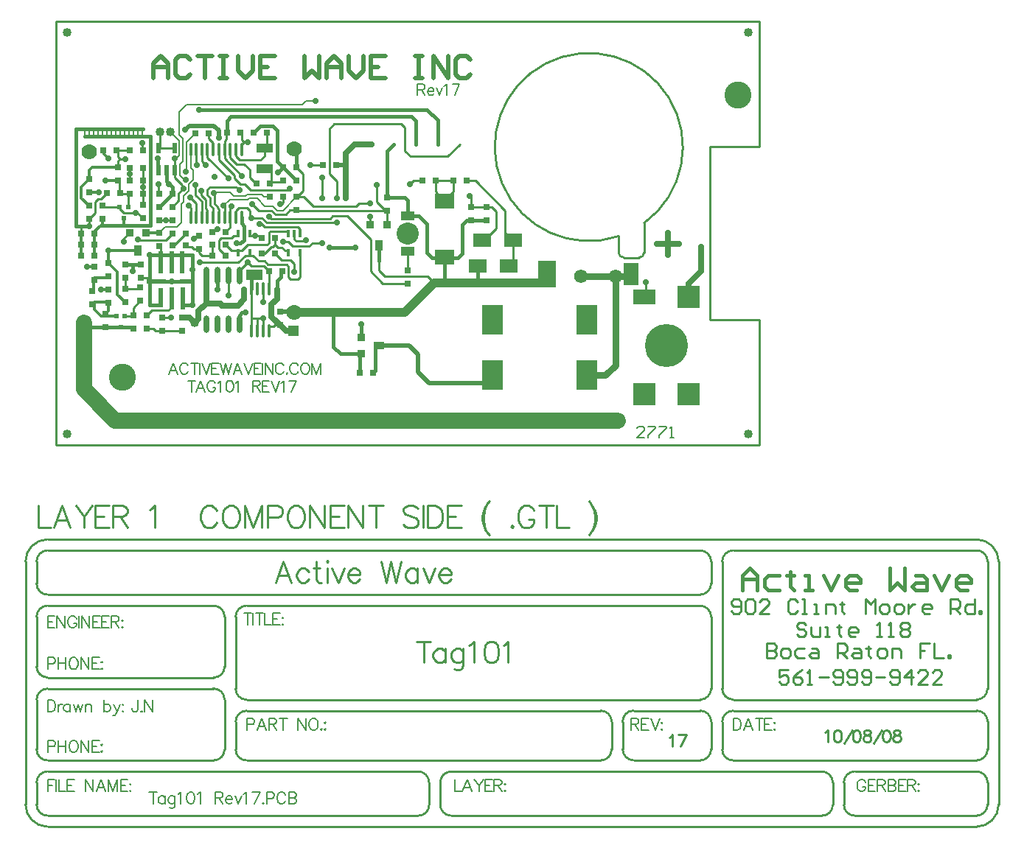
<source format=gtl>
%FSLAX23Y23*%
%MOIN*%
G70*
G01*
G75*
G04 Layer_Physical_Order=1*
G04 Layer_Color=255*
%ADD10R,0.080X0.060*%
%ADD11R,0.091X0.067*%
%ADD12R,0.030X0.030*%
%ADD13R,0.030X0.030*%
%ADD14R,0.024X0.024*%
%ADD15R,0.098X0.138*%
%ADD16R,0.020X0.050*%
%ADD17R,0.080X0.120*%
%ADD18R,0.070X0.100*%
%ADD19R,0.100X0.070*%
%ADD20O,0.016X0.060*%
%ADD21R,0.014X0.035*%
%ADD22R,0.025X0.030*%
%ADD23R,0.100X0.100*%
%ADD24R,0.064X0.044*%
%ADD25R,0.014X0.035*%
%ADD26R,0.090X0.024*%
%ADD27R,0.024X0.100*%
%ADD28R,0.070X0.024*%
%ADD29R,0.024X0.090*%
%ADD30O,0.016X0.060*%
%ADD31R,0.075X0.043*%
%ADD32R,0.036X0.036*%
%ADD33R,0.036X0.050*%
%ADD34C,0.040*%
%ADD35R,0.074X0.045*%
%ADD36R,0.036X0.036*%
%ADD37R,0.050X0.036*%
%ADD38O,0.024X0.080*%
%ADD39C,0.015*%
%ADD40C,0.040*%
%ADD41C,0.006*%
%ADD42C,0.025*%
%ADD43C,0.010*%
%ADD44C,0.030*%
%ADD45C,0.012*%
%ADD46C,0.016*%
%ADD47C,0.014*%
%ADD48C,0.020*%
%ADD49C,0.008*%
%ADD50C,0.074*%
%ADD51C,0.005*%
%ADD52C,0.009*%
%ADD53C,0.062*%
%ADD54C,0.195*%
%ADD55C,0.070*%
%ADD56C,0.100*%
%ADD57C,0.122*%
%ADD58R,0.050X0.050*%
%ADD59C,0.028*%
D10*
X2015Y875D02*
D03*
X1875D02*
D03*
X1995Y760D02*
D03*
X1855D02*
D03*
D11*
X1705Y799D02*
D03*
Y1051D02*
D03*
D12*
X1825Y965D02*
D03*
Y1025D02*
D03*
X1895Y965D02*
D03*
Y1025D02*
D03*
X159Y972D02*
D03*
X476Y1026D02*
D03*
Y966D02*
D03*
X976Y1146D02*
D03*
Y1206D02*
D03*
X416Y966D02*
D03*
X1540Y680D02*
D03*
X416Y1026D02*
D03*
X596Y836D02*
D03*
Y896D02*
D03*
X99Y1092D02*
D03*
Y1152D02*
D03*
X185Y591D02*
D03*
Y651D02*
D03*
X1540Y740D02*
D03*
X159Y1032D02*
D03*
X342Y975D02*
D03*
Y1035D02*
D03*
X99Y972D02*
D03*
Y1032D02*
D03*
X229Y1207D02*
D03*
Y1147D02*
D03*
X961Y553D02*
D03*
X331Y706D02*
D03*
X430Y527D02*
D03*
X1035Y1146D02*
D03*
X1445Y1070D02*
D03*
X416Y848D02*
D03*
X124Y755D02*
D03*
X171Y541D02*
D03*
X111Y587D02*
D03*
X186Y711D02*
D03*
X111Y647D02*
D03*
X124Y695D02*
D03*
X330Y601D02*
D03*
X430Y467D02*
D03*
X520D02*
D03*
X186Y771D02*
D03*
X261Y595D02*
D03*
Y706D02*
D03*
Y655D02*
D03*
X330Y661D02*
D03*
X416Y908D02*
D03*
X1035Y1206D02*
D03*
X331Y766D02*
D03*
X961Y493D02*
D03*
X171Y481D02*
D03*
X520Y527D02*
D03*
X261Y766D02*
D03*
X1445Y1010D02*
D03*
X1036Y1011D02*
D03*
Y1071D02*
D03*
D13*
X1605Y1145D02*
D03*
X124Y855D02*
D03*
Y805D02*
D03*
Y904D02*
D03*
X1665Y1145D02*
D03*
X1745D02*
D03*
X1155Y1215D02*
D03*
X1215D02*
D03*
X940Y885D02*
D03*
X880D02*
D03*
Y815D02*
D03*
X940D02*
D03*
X161Y1281D02*
D03*
X221D02*
D03*
X580Y1360D02*
D03*
X916Y1071D02*
D03*
X976D02*
D03*
X901Y1361D02*
D03*
X841D02*
D03*
X856Y1131D02*
D03*
X916D02*
D03*
X716Y856D02*
D03*
X656D02*
D03*
Y806D02*
D03*
X716D02*
D03*
X476Y851D02*
D03*
X536D02*
D03*
Y906D02*
D03*
X476D02*
D03*
X971Y736D02*
D03*
X911D02*
D03*
X1324Y277D02*
D03*
X1384D02*
D03*
X476Y1086D02*
D03*
X416D02*
D03*
X342Y1203D02*
D03*
Y1145D02*
D03*
Y1085D02*
D03*
X64Y855D02*
D03*
Y805D02*
D03*
X180Y1088D02*
D03*
X281Y1281D02*
D03*
X240Y1088D02*
D03*
X282Y1085D02*
D03*
Y1203D02*
D03*
Y1145D02*
D03*
X359Y534D02*
D03*
X299D02*
D03*
X360Y477D02*
D03*
X640Y1360D02*
D03*
X341Y1281D02*
D03*
X721Y1361D02*
D03*
X300Y477D02*
D03*
X781Y1361D02*
D03*
X1805Y1145D02*
D03*
X64Y904D02*
D03*
D14*
X257Y974D02*
D03*
X237Y1025D02*
D03*
X276D02*
D03*
X221Y533D02*
D03*
X260D02*
D03*
X241Y482D02*
D03*
D15*
X2348Y516D02*
D03*
X1922D02*
D03*
X2348Y264D02*
D03*
X1922D02*
D03*
D16*
X411Y1191D02*
D03*
Y1291D02*
D03*
X486D02*
D03*
X448Y1191D02*
D03*
X486D02*
D03*
D17*
X2168Y722D02*
D03*
D18*
X2548D02*
D03*
D19*
X2610Y620D02*
D03*
D20*
X609Y979D02*
D03*
X711D02*
D03*
X558D02*
D03*
X583Y1286D02*
D03*
X609D02*
D03*
X762D02*
D03*
X660D02*
D03*
X583Y979D02*
D03*
X558Y1286D02*
D03*
X788D02*
D03*
X762Y979D02*
D03*
X737D02*
D03*
X711Y1286D02*
D03*
X686Y979D02*
D03*
X660D02*
D03*
X737Y1286D02*
D03*
X634D02*
D03*
X788Y979D02*
D03*
X686Y1286D02*
D03*
X634Y979D02*
D03*
D21*
X1052Y904D02*
D03*
D22*
X655Y913D02*
D03*
X715D02*
D03*
D23*
X2610Y180D02*
D03*
X2810D02*
D03*
Y620D02*
D03*
D24*
X1540Y987D02*
D03*
Y827D02*
D03*
D25*
X1052Y818D02*
D03*
X1000D02*
D03*
X1026Y904D02*
D03*
X1000D02*
D03*
X825D02*
D03*
Y818D02*
D03*
X773D02*
D03*
Y904D02*
D03*
X799D02*
D03*
D26*
X401Y690D02*
D03*
D27*
X421Y774D02*
D03*
X471D02*
D03*
X520Y775D02*
D03*
X521Y612D02*
D03*
X471D02*
D03*
D28*
X543Y690D02*
D03*
D29*
X421Y617D02*
D03*
D30*
X860Y654D02*
D03*
X911Y467D02*
D03*
X885Y654D02*
D03*
X911D02*
D03*
X834Y467D02*
D03*
X885D02*
D03*
X860D02*
D03*
X834Y654D02*
D03*
D31*
X891Y1293D02*
D03*
Y1199D02*
D03*
D32*
X356Y908D02*
D03*
X281D02*
D03*
X1370Y945D02*
D03*
X1445D02*
D03*
D33*
X318Y828D02*
D03*
X1408Y851D02*
D03*
D34*
X0Y0D02*
D03*
X3080Y1815D02*
D03*
X0D02*
D03*
X3080Y0D02*
D03*
X419Y1364D02*
D03*
X467D02*
D03*
X576Y502D02*
D03*
D35*
X846Y718D02*
D03*
D36*
X1329Y362D02*
D03*
Y437D02*
D03*
D37*
X1409Y399D02*
D03*
D38*
X628Y495D02*
D03*
X678D02*
D03*
X728D02*
D03*
X628Y715D02*
D03*
X728D02*
D03*
X778D02*
D03*
X678D02*
D03*
X778Y495D02*
D03*
D39*
X1705Y682D02*
X1715Y692D01*
X952Y1182D02*
X976Y1206D01*
X949Y1232D02*
X1035Y1146D01*
X799Y876D02*
Y940D01*
X448Y1142D02*
X476Y1114D01*
X566Y583D02*
Y808D01*
X371D02*
X566D01*
X389Y690D02*
X551D01*
X371Y583D02*
Y808D01*
X1525Y1070D02*
X1540Y1055D01*
X1445Y1070D02*
X1525D01*
X1540Y987D02*
X1540Y987D01*
X1540Y987D02*
Y1055D01*
X296Y766D02*
X331D01*
X261D02*
X296D01*
Y737D02*
Y766D01*
X241Y482D02*
X295D01*
X171D02*
X241D01*
X95D02*
X171D01*
X521Y583D02*
X566D01*
X471Y788D02*
Y808D01*
X371Y583D02*
X421D01*
X788Y951D02*
X799Y940D01*
X788Y951D02*
Y979D01*
X948Y653D02*
X948Y692D01*
X409Y1202D02*
Y1244D01*
X678Y653D02*
X678Y653D01*
Y715D01*
X416Y1026D02*
X476Y1086D01*
X1204Y393D02*
X1235Y362D01*
X1329D01*
X1324Y277D02*
Y357D01*
X1392Y285D02*
Y394D01*
X1397Y399D01*
X1384Y277D02*
X1392Y285D01*
X1025Y1290D02*
X1035Y1280D01*
X841Y1361D02*
X872Y1392D01*
X929D01*
X949Y1372D01*
X948Y692D02*
X966Y710D01*
Y731D02*
X971Y736D01*
X966Y710D02*
Y731D01*
X1408Y851D02*
X1408Y850D01*
Y781D02*
Y850D01*
X1035Y1206D02*
Y1280D01*
X1329Y437D02*
Y496D01*
X1186Y843D02*
X1303D01*
X778Y495D02*
Y537D01*
X789Y548D01*
X806D01*
X949Y1232D02*
Y1372D01*
X766Y861D02*
X784D01*
X799Y876D01*
X1555Y1436D02*
X1575Y1416D01*
Y1310D02*
Y1416D01*
X721Y1417D02*
X740Y1436D01*
X721Y1361D02*
Y1417D01*
X740Y1436D02*
X1555D01*
X1627Y1466D02*
X1675Y1418D01*
X597Y1466D02*
X1627D01*
X1675Y1310D02*
Y1418D01*
X1445Y1070D02*
Y1280D01*
X1475Y1310D01*
X448Y1142D02*
Y1191D01*
X476Y1086D02*
Y1114D01*
X1540Y987D02*
Y987D01*
X1588D02*
X1625Y950D01*
X1705Y682D02*
Y799D01*
X1625Y820D02*
Y950D01*
Y820D02*
X1650Y795D01*
X1701D01*
X1540Y987D02*
X1588D01*
X1855Y682D02*
Y760D01*
X1785Y945D02*
X1805Y965D01*
X1785Y815D02*
Y945D01*
X1765Y795D02*
X1785Y815D01*
X1709Y795D02*
X1765D01*
X1204Y393D02*
Y550D01*
X1805Y965D02*
X1895D01*
X3053Y-708D02*
Y-641D01*
X3086Y-608D01*
X3119Y-641D01*
Y-708D01*
Y-658D01*
X3053D01*
X3219Y-641D02*
X3169D01*
X3152Y-658D01*
Y-691D01*
X3169Y-708D01*
X3219D01*
X3269Y-625D02*
Y-641D01*
X3252D01*
X3286D01*
X3269D01*
Y-691D01*
X3286Y-708D01*
X3336D02*
X3369D01*
X3352D01*
Y-641D01*
X3336D01*
X3419D02*
X3452Y-708D01*
X3486Y-641D01*
X3569Y-708D02*
X3536D01*
X3519Y-691D01*
Y-658D01*
X3536Y-641D01*
X3569D01*
X3586Y-658D01*
Y-675D01*
X3519D01*
X3719Y-608D02*
Y-708D01*
X3752Y-675D01*
X3786Y-708D01*
Y-608D01*
X3836Y-641D02*
X3869D01*
X3886Y-658D01*
Y-708D01*
X3836D01*
X3819Y-691D01*
X3836Y-675D01*
X3886D01*
X3919Y-641D02*
X3952Y-708D01*
X3986Y-641D01*
X4069Y-708D02*
X4036D01*
X4019Y-691D01*
Y-658D01*
X4036Y-641D01*
X4069D01*
X4086Y-658D01*
Y-675D01*
X4019D01*
D40*
X1659Y682D02*
X1705D01*
X2167D02*
Y722D01*
X2168D01*
X1527Y550D02*
X1659Y682D01*
X1026Y550D02*
X1527D01*
X1710Y682D02*
X2167D01*
D41*
X1710D02*
X1715Y687D01*
X260Y1345D02*
Y1378D01*
X280Y1345D02*
Y1378D01*
X240Y1345D02*
Y1378D01*
X320Y1345D02*
Y1378D01*
X340Y1345D02*
Y1378D01*
X300Y1345D02*
Y1378D01*
X200Y1345D02*
Y1378D01*
X220Y1345D02*
Y1378D01*
X180Y1345D02*
Y1378D01*
X160Y1345D02*
Y1378D01*
X140Y1345D02*
Y1378D01*
X120Y1345D02*
Y1378D01*
X80Y1345D02*
Y1378D01*
X100Y1345D02*
Y1378D01*
X498Y270D02*
X479Y320D01*
X460Y270D01*
X467Y287D02*
X491D01*
X545Y308D02*
X543Y313D01*
X538Y318D01*
X534Y320D01*
X524D01*
X519Y318D01*
X515Y313D01*
X512Y308D01*
X510Y301D01*
Y289D01*
X512Y282D01*
X515Y277D01*
X519Y272D01*
X524Y270D01*
X534D01*
X538Y272D01*
X543Y277D01*
X545Y282D01*
X576Y320D02*
Y270D01*
X560Y320D02*
X593D01*
X599D02*
Y270D01*
X609Y320D02*
X628Y270D01*
X647Y320D02*
X628Y270D01*
X685Y320D02*
X654D01*
Y270D01*
X685D01*
X654Y296D02*
X673D01*
X693Y320D02*
X705Y270D01*
X717Y320D02*
X705Y270D01*
X717Y320D02*
X729Y270D01*
X741Y320D02*
X729Y270D01*
X789D02*
X770Y320D01*
X751Y270D01*
X758Y287D02*
X782D01*
X800Y320D02*
X819Y270D01*
X838Y320D02*
X819Y270D01*
X876Y320D02*
X845D01*
Y270D01*
X876D01*
X845Y296D02*
X864D01*
X884Y320D02*
Y270D01*
X895Y320D02*
Y270D01*
Y320D02*
X928Y270D01*
Y320D02*
Y270D01*
X978Y308D02*
X975Y313D01*
X970Y318D01*
X966Y320D01*
X956D01*
X951Y318D01*
X947Y313D01*
X944Y308D01*
X942Y301D01*
Y289D01*
X944Y282D01*
X947Y277D01*
X951Y272D01*
X956Y270D01*
X966D01*
X970Y272D01*
X975Y277D01*
X978Y282D01*
X994Y275D02*
X992Y272D01*
X994Y270D01*
X996Y272D01*
X994Y275D01*
X1043Y308D02*
X1041Y313D01*
X1036Y318D01*
X1031Y320D01*
X1022D01*
X1017Y318D01*
X1012Y313D01*
X1010Y308D01*
X1007Y301D01*
Y289D01*
X1010Y282D01*
X1012Y277D01*
X1017Y272D01*
X1022Y270D01*
X1031D01*
X1036Y272D01*
X1041Y277D01*
X1043Y282D01*
X1071Y320D02*
X1067Y318D01*
X1062Y313D01*
X1059Y308D01*
X1057Y301D01*
Y289D01*
X1059Y282D01*
X1062Y277D01*
X1067Y272D01*
X1071Y270D01*
X1081D01*
X1086Y272D01*
X1090Y277D01*
X1093Y282D01*
X1095Y289D01*
Y301D01*
X1093Y308D01*
X1090Y313D01*
X1086Y318D01*
X1081Y320D01*
X1071D01*
X1107D02*
Y270D01*
Y320D02*
X1126Y270D01*
X1145Y320D02*
X1126Y270D01*
X1145Y320D02*
Y270D01*
X562Y240D02*
Y190D01*
X545Y240D02*
X578D01*
X622Y190D02*
X603Y240D01*
X584Y190D01*
X591Y207D02*
X615D01*
X670Y228D02*
X667Y233D01*
X663Y238D01*
X658Y240D01*
X648D01*
X644Y238D01*
X639Y233D01*
X636Y228D01*
X634Y221D01*
Y209D01*
X636Y202D01*
X639Y197D01*
X644Y192D01*
X648Y190D01*
X658D01*
X663Y192D01*
X667Y197D01*
X670Y202D01*
Y209D01*
X658D02*
X670D01*
X681Y230D02*
X686Y233D01*
X693Y240D01*
Y190D01*
X732Y240D02*
X725Y238D01*
X720Y230D01*
X718Y219D01*
Y211D01*
X720Y200D01*
X725Y192D01*
X732Y190D01*
X737D01*
X744Y192D01*
X749Y200D01*
X751Y211D01*
Y219D01*
X749Y230D01*
X744Y238D01*
X737Y240D01*
X732D01*
X762Y230D02*
X767Y233D01*
X774Y240D01*
Y190D01*
X838Y240D02*
Y190D01*
Y240D02*
X860D01*
X867Y238D01*
X869Y235D01*
X872Y230D01*
Y226D01*
X869Y221D01*
X867Y219D01*
X860Y216D01*
X838D01*
X855D02*
X872Y190D01*
X914Y240D02*
X883D01*
Y190D01*
X914D01*
X883Y216D02*
X902D01*
X922Y240D02*
X941Y190D01*
X960Y240D02*
X941Y190D01*
X967Y230D02*
X971Y233D01*
X978Y240D01*
Y190D01*
X1037Y240D02*
X1013Y190D01*
X1003Y240D02*
X1037D01*
D42*
X2865Y735D02*
Y845D01*
X924Y530D02*
X961Y493D01*
X989Y465D01*
X2810Y680D02*
X2865Y735D01*
X2810Y620D02*
Y680D01*
X2717Y810D02*
Y910D01*
Y860D02*
X2767D01*
X2667D02*
X2717D01*
X1260Y1064D02*
Y1270D01*
X924Y530D02*
Y584D01*
X948Y608D01*
X628Y589D02*
Y715D01*
X948Y608D02*
Y653D01*
X628Y589D02*
X691D01*
X700Y580D01*
X771D01*
X800Y609D01*
Y653D01*
X1260Y1270D02*
X1300Y1310D01*
X1375D01*
X989Y465D02*
X1024D01*
X520Y527D02*
X551D01*
X576Y502D01*
X593Y554D02*
X628Y589D01*
X593Y519D02*
Y554D01*
X576Y502D02*
X593Y519D01*
D43*
X834Y522D02*
X885D01*
X834Y467D02*
Y654D01*
X282Y1145D02*
Y1203D01*
X159Y1273D02*
Y1284D01*
X1440Y1010D02*
X1445D01*
X1037D02*
X1440D01*
X1400Y1050D02*
X1440Y1010D01*
X939Y493D02*
X961D01*
X711Y1286D02*
Y1325D01*
Y1244D02*
Y1286D01*
X849Y895D02*
X880D01*
X825D02*
X849D01*
X1039Y1071D02*
X1069D01*
X1036D02*
X1039D01*
X1066Y1098D01*
X1038Y1069D02*
X1039Y1071D01*
X1036Y1068D02*
X1038Y1069D01*
X430Y467D02*
X520D01*
X400D02*
X430D01*
X299Y534D02*
Y570D01*
Y533D02*
Y534D01*
X260Y533D02*
X299D01*
X1035Y871D02*
X1078D01*
X860Y522D02*
X860Y522D01*
X471Y808D02*
X476Y813D01*
X421Y808D02*
Y843D01*
X369Y706D02*
X371Y708D01*
X237Y1091D02*
X240Y1088D01*
X243Y1085D01*
X64Y904D02*
Y939D01*
Y887D02*
Y904D01*
X342Y1145D02*
Y1203D01*
Y1114D02*
Y1145D01*
Y1085D02*
Y1114D01*
Y1035D02*
Y1085D01*
X308Y1000D02*
X317D01*
X257D02*
X308D01*
X484Y1191D02*
Y1202D01*
X486Y1191D02*
Y1244D01*
Y1159D02*
Y1191D01*
X976Y1138D02*
X982D01*
X923D02*
X976D01*
X922Y1137D02*
X923Y1138D01*
X916Y1131D02*
X922Y1137D01*
Y1199D02*
Y1200D01*
Y1137D02*
Y1199D01*
Y1131D02*
Y1137D01*
Y1123D02*
Y1131D01*
X737Y979D02*
Y1022D01*
Y935D02*
Y979D01*
X446Y966D02*
X476D01*
X416D02*
X446D01*
X825Y806D02*
X840D01*
X805D02*
X825D01*
X773Y828D02*
X790D01*
X744D02*
X773D01*
X2615Y620D02*
Y685D01*
Y600D02*
Y620D01*
X580Y1125D02*
X580Y1125D01*
X580Y1085D02*
Y1125D01*
Y1080D02*
Y1085D01*
X580Y1085D01*
X419Y1299D02*
Y1364D01*
X411Y1291D02*
X419Y1299D01*
X411Y1291D02*
X486D01*
X711Y1325D02*
X718Y1332D01*
X825Y1160D02*
Y1195D01*
X765Y1220D02*
X800D01*
X825Y1195D01*
Y1160D02*
X854Y1131D01*
X856D01*
X781Y1129D02*
X804D01*
X830Y1103D01*
X1000D01*
X755Y1155D02*
Y1170D01*
Y1155D02*
X781Y1129D01*
X645Y1117D02*
X763D01*
X778Y1102D01*
X548Y1033D02*
X558Y1023D01*
Y979D02*
Y1023D01*
X237Y1020D02*
X257Y1000D01*
X237Y1020D02*
Y1025D01*
X166D02*
X237D01*
X1098Y1216D02*
X1154D01*
X1155Y1215D01*
X1207Y1401D02*
X1510D01*
X1218Y1064D02*
Y1142D01*
X1186Y1174D02*
X1218Y1142D01*
X1186Y1380D02*
X1207Y1401D01*
X1186Y1174D02*
Y1380D01*
X580Y1125D02*
X580Y1125D01*
Y1080D02*
X609Y1051D01*
Y979D02*
Y1051D01*
X1069Y1071D02*
X1111Y1029D01*
X711Y979D02*
Y1027D01*
X707Y1031D02*
X711Y1027D01*
X667Y1039D02*
Y1084D01*
Y1039D02*
X678Y1028D01*
X942Y992D02*
X988D01*
X866Y1010D02*
X924D01*
X836Y1040D02*
X866Y1010D01*
X924D02*
X942Y992D01*
X922Y973D02*
X1188D01*
X912Y983D02*
X922Y973D01*
X1036Y1068D02*
Y1071D01*
X678Y1022D02*
X686Y1014D01*
X678Y1022D02*
Y1028D01*
X686Y979D02*
Y1014D01*
X645Y1035D02*
X660Y1020D01*
X645Y1035D02*
Y1068D01*
X660Y979D02*
Y1020D01*
X583Y979D02*
Y1042D01*
X555Y1070D02*
X583Y1042D01*
X640Y1335D02*
X660Y1315D01*
X640Y1335D02*
Y1360D01*
X660Y1286D02*
Y1315D01*
X711Y1244D02*
X788Y1167D01*
X1153Y1064D02*
Y1159D01*
X1111Y1029D02*
X1305D01*
X1018Y849D02*
X1094D01*
X1108Y863D01*
X1153D01*
X1026Y880D02*
X1035Y871D01*
X1026Y880D02*
Y904D01*
X977Y869D02*
X998D01*
X1018Y849D01*
X1000Y1103D02*
X1006Y1109D01*
X1008Y786D02*
X1026Y768D01*
Y731D02*
Y768D01*
X969Y786D02*
X1008D01*
Y700D02*
X1043D01*
X907Y765D02*
X991D01*
X999Y757D01*
X1052Y818D02*
X1053Y816D01*
Y710D02*
Y816D01*
X1043Y700D02*
X1053Y710D01*
X999Y709D02*
X1008Y700D01*
X999Y709D02*
Y757D01*
X985Y828D02*
X1000D01*
X970Y843D02*
X985Y828D01*
X940Y855D02*
X952Y843D01*
X970D01*
X893Y936D02*
X1042D01*
X880Y949D02*
X893Y936D01*
X868Y949D02*
X880D01*
X832Y976D02*
X880D01*
X901Y955D02*
X1218D01*
X880Y976D02*
X901Y955D01*
X609Y1231D02*
X625Y1215D01*
X609Y1231D02*
Y1286D01*
X583Y1217D02*
Y1286D01*
X737Y1248D02*
X765Y1220D01*
X737Y1248D02*
Y1286D01*
X911Y485D02*
X931D01*
X672Y918D02*
X680Y926D01*
X660Y918D02*
X672D01*
X655Y913D02*
X660Y918D01*
X715Y913D02*
X737Y935D01*
X696Y885D02*
X743D01*
X752Y894D01*
X773Y904D02*
X773Y904D01*
X773Y894D02*
Y904D01*
X752Y894D02*
X773D01*
X685Y874D02*
X696Y885D01*
X685Y837D02*
Y874D01*
X940Y855D02*
Y885D01*
X930Y845D02*
X940Y855D01*
X921Y845D02*
X930D01*
X891Y815D02*
X921Y845D01*
X880Y815D02*
X891D01*
X911Y861D02*
Y909D01*
X816Y854D02*
X904D01*
X911Y861D01*
X917Y915D02*
X1000D01*
X911Y909D02*
X917Y915D01*
X1000Y905D02*
X1000Y904D01*
X1000Y905D02*
Y915D01*
X790Y828D02*
X816Y854D01*
X773Y774D02*
X805Y806D01*
X865Y781D02*
X891D01*
X840Y806D02*
X865Y781D01*
X940Y815D02*
X969Y786D01*
X891Y781D02*
X907Y765D01*
X833Y759D02*
X888D01*
X815Y777D02*
X833Y759D01*
X888D02*
X911Y736D01*
X825Y904D02*
X825Y905D01*
X728Y624D02*
X728Y715D01*
X716Y856D02*
X744Y828D01*
X685Y837D02*
X716Y806D01*
X778Y715D02*
Y740D01*
X656Y806D02*
Y856D01*
X610Y806D02*
X656D01*
X596Y820D02*
X610Y806D01*
X596Y820D02*
Y836D01*
X319Y878D02*
X320Y877D01*
X447D01*
X476Y906D01*
X481Y851D02*
X536Y906D01*
X476Y851D02*
X481D01*
X159Y1032D02*
X166Y1025D01*
X476Y1026D02*
X504Y1054D01*
X339Y1289D02*
Y1315D01*
X412Y1090D02*
Y1128D01*
Y1090D02*
X416Y1086D01*
X1540Y827D02*
X1540Y827D01*
X1540Y740D02*
Y827D01*
X99Y939D02*
Y972D01*
X180Y1087D02*
Y1088D01*
X159Y1273D02*
X186Y1246D01*
X221Y1281D02*
X229Y1274D01*
Y1147D02*
X237Y1139D01*
Y1091D02*
Y1139D01*
X243Y1085D02*
X282D01*
X276Y1079D02*
X282Y1085D01*
X276Y1025D02*
Y1079D01*
X317Y1000D02*
X342Y975D01*
X257Y884D02*
X281Y908D01*
X257Y870D02*
Y884D01*
X416Y848D02*
X421Y843D01*
X931Y485D02*
X939Y493D01*
X430Y527D02*
X470D01*
X390Y477D02*
X400Y467D01*
X360Y477D02*
X390D01*
X295Y482D02*
X300Y477D01*
X885Y597D02*
Y654D01*
X331Y706D02*
X369D01*
X331Y766D02*
X331Y766D01*
X261Y655D02*
Y706D01*
X324Y655D02*
X330Y661D01*
X261Y655D02*
X324D01*
X299Y570D02*
X330Y601D01*
X471Y573D02*
Y592D01*
X456Y558D02*
X471Y573D01*
X383Y558D02*
X456D01*
X359Y534D02*
X383Y558D01*
X885Y467D02*
Y522D01*
X860Y467D02*
Y522D01*
X1445Y945D02*
Y1010D01*
X99Y972D02*
X127Y1000D01*
Y1050D01*
X139Y1062D01*
X154D01*
X180Y1088D01*
X229Y1252D02*
Y1274D01*
Y1235D02*
X238Y1243D01*
X229Y1252D02*
X238Y1243D01*
X229Y1207D02*
Y1235D01*
X221Y1281D02*
X281D01*
X238Y1243D02*
X260D01*
X261Y1242D01*
X718Y1332D02*
Y1358D01*
X721Y1361D01*
X901Y1303D02*
Y1361D01*
X891Y1293D02*
X901Y1303D01*
X781Y1361D02*
X788Y1354D01*
X873Y1239D02*
X891Y1257D01*
Y1293D01*
X762Y1255D02*
Y1286D01*
Y1255D02*
X778Y1239D01*
X873D01*
X912Y1199D02*
X920Y1191D01*
X891Y1199D02*
X912D01*
X1052Y904D02*
Y926D01*
X1042Y936D02*
X1052Y926D01*
X762Y979D02*
Y1008D01*
X776Y1022D01*
X737Y1022D02*
X744Y1029D01*
X1305D02*
X1319Y1043D01*
X1370D01*
X1370Y945D02*
Y983D01*
X1370Y983D02*
X1370Y983D01*
X1426Y680D02*
X1540D01*
X1372Y734D02*
X1426Y680D01*
X1372Y734D02*
Y880D01*
X1267Y985D02*
X1372Y880D01*
X600Y774D02*
X773D01*
X778Y740D02*
X815Y777D01*
X542Y845D02*
X563D01*
X536Y851D02*
X542Y845D01*
X563D02*
X572Y836D01*
X596D01*
X571Y881D02*
X586Y896D01*
X596D01*
X1188Y973D02*
X1200Y985D01*
X1267D01*
X1035Y1206D02*
X1066Y1175D01*
Y1098D02*
Y1175D01*
X976Y1044D02*
Y1071D01*
X970Y1038D02*
X976Y1044D01*
X961Y1038D02*
X970D01*
X798Y1318D02*
X817D01*
X788Y1328D02*
Y1354D01*
Y1308D02*
X798Y1318D01*
X788Y1328D02*
X798Y1318D01*
X1036Y1011D02*
X1037Y1010D01*
X1007Y1011D02*
X1036D01*
X988Y992D02*
X1007Y1011D01*
X911Y654D02*
Y736D01*
X812Y1022D02*
X825Y1009D01*
Y983D02*
Y1009D01*
Y983D02*
X832Y976D01*
X776Y1022D02*
X812D01*
X1408Y739D02*
Y851D01*
Y739D02*
X1436Y711D01*
X1630D01*
X1659Y682D01*
X1526Y1280D02*
Y1385D01*
Y1280D02*
X1552Y1254D01*
X1719D01*
X1775Y1310D01*
X1510Y1401D02*
X1526Y1385D01*
X685Y1285D02*
X686Y1286D01*
Y1239D02*
Y1286D01*
Y1239D02*
X755Y1170D01*
X634Y1250D02*
Y1286D01*
Y1250D02*
X728Y1156D01*
X605Y1080D02*
Y1100D01*
X634Y979D02*
Y1011D01*
X625Y1020D02*
X634Y1011D01*
X625Y1020D02*
Y1060D01*
X605Y1080D02*
X625Y1060D01*
X634Y1079D02*
X645Y1068D01*
X634Y1079D02*
Y1106D01*
X645Y1117D01*
X520Y1115D02*
Y1125D01*
Y1115D02*
X525Y1110D01*
X486Y1159D02*
X520Y1125D01*
X504Y1054D02*
Y1089D01*
X525Y1110D01*
X580Y1080D02*
Y1085D01*
X1400Y1050D02*
Y1125D01*
X788Y1286D02*
Y1308D01*
X1665Y1145D02*
X1745D01*
X1701Y795D02*
X1705Y799D01*
X2015Y780D02*
Y875D01*
X1995Y760D02*
X2015Y780D01*
X1980Y910D02*
X2015Y875D01*
X1980Y910D02*
Y1010D01*
X1920Y1025D02*
X1940Y1005D01*
X1825Y1025D02*
Y1070D01*
X1820Y1075D02*
X1825Y1070D01*
X1705Y799D02*
X1709Y795D01*
X1805Y1145D02*
X1845D01*
X1980Y1010D01*
X1885Y875D02*
X1940Y930D01*
X1875Y875D02*
X1885D01*
X1825Y1025D02*
X1920D01*
X1940Y930D02*
Y1005D01*
X1665Y1095D02*
Y1145D01*
Y1095D02*
X1700Y1060D01*
X1745Y1095D02*
Y1145D01*
X1710Y1060D02*
X1745Y1095D01*
X1565Y1145D02*
X1605D01*
X1550Y1130D02*
X1565Y1145D01*
X-130Y-325D02*
Y-425D01*
X-73D01*
X14D02*
X-24Y-325D01*
X-62Y-425D01*
X-48Y-392D02*
X-0D01*
X38Y-325D02*
X76Y-373D01*
Y-425D01*
X114Y-325D02*
X76Y-373D01*
X189Y-325D02*
X127D01*
Y-425D01*
X189D01*
X127Y-373D02*
X165D01*
X205Y-325D02*
Y-425D01*
Y-325D02*
X248D01*
X262Y-330D01*
X267Y-335D01*
X272Y-344D01*
Y-354D01*
X267Y-363D01*
X262Y-368D01*
X248Y-373D01*
X205D01*
X238D02*
X272Y-425D01*
X373Y-344D02*
X382Y-339D01*
X397Y-325D01*
Y-425D01*
X675Y-349D02*
X670Y-339D01*
X660Y-330D01*
X651Y-325D01*
X632D01*
X622Y-330D01*
X613Y-339D01*
X608Y-349D01*
X603Y-363D01*
Y-387D01*
X608Y-401D01*
X613Y-411D01*
X622Y-420D01*
X632Y-425D01*
X651D01*
X660Y-420D01*
X670Y-411D01*
X675Y-401D01*
X731Y-325D02*
X722Y-330D01*
X712Y-339D01*
X707Y-349D01*
X703Y-363D01*
Y-387D01*
X707Y-401D01*
X712Y-411D01*
X722Y-420D01*
X731Y-425D01*
X750D01*
X760Y-420D01*
X769Y-411D01*
X774Y-401D01*
X779Y-387D01*
Y-363D01*
X774Y-349D01*
X769Y-339D01*
X760Y-330D01*
X750Y-325D01*
X731D01*
X802D02*
Y-425D01*
Y-325D02*
X840Y-425D01*
X878Y-325D02*
X840Y-425D01*
X878Y-325D02*
Y-425D01*
X907Y-377D02*
X950D01*
X964Y-373D01*
X969Y-368D01*
X974Y-358D01*
Y-344D01*
X969Y-335D01*
X964Y-330D01*
X950Y-325D01*
X907D01*
Y-425D01*
X1025Y-325D02*
X1015Y-330D01*
X1005Y-339D01*
X1001Y-349D01*
X996Y-363D01*
Y-387D01*
X1001Y-401D01*
X1005Y-411D01*
X1015Y-420D01*
X1025Y-425D01*
X1044D01*
X1053Y-420D01*
X1063Y-411D01*
X1067Y-401D01*
X1072Y-387D01*
Y-363D01*
X1067Y-349D01*
X1063Y-339D01*
X1053Y-330D01*
X1044Y-325D01*
X1025D01*
X1095D02*
Y-425D01*
Y-325D02*
X1162Y-425D01*
Y-325D02*
Y-425D01*
X1252Y-325D02*
X1190D01*
Y-425D01*
X1252D01*
X1190Y-373D02*
X1228D01*
X1268Y-325D02*
Y-425D01*
Y-325D02*
X1335Y-425D01*
Y-325D02*
Y-425D01*
X1396Y-325D02*
Y-425D01*
X1363Y-325D02*
X1429D01*
X1586Y-339D02*
X1577Y-330D01*
X1562Y-325D01*
X1543D01*
X1529Y-330D01*
X1520Y-339D01*
Y-349D01*
X1524Y-358D01*
X1529Y-363D01*
X1539Y-368D01*
X1567Y-377D01*
X1577Y-382D01*
X1582Y-387D01*
X1586Y-396D01*
Y-411D01*
X1577Y-420D01*
X1562Y-425D01*
X1543D01*
X1529Y-420D01*
X1520Y-411D01*
X1609Y-325D02*
Y-425D01*
X1630Y-325D02*
Y-425D01*
Y-325D02*
X1663D01*
X1677Y-330D01*
X1687Y-339D01*
X1692Y-349D01*
X1696Y-363D01*
Y-387D01*
X1692Y-401D01*
X1687Y-411D01*
X1677Y-420D01*
X1663Y-425D01*
X1630D01*
X1781Y-325D02*
X1719D01*
Y-425D01*
X1781D01*
X1719Y-373D02*
X1757D01*
X1909Y-306D02*
X1900Y-315D01*
X1890Y-330D01*
X1881Y-349D01*
X1876Y-373D01*
Y-392D01*
X1881Y-415D01*
X1890Y-435D01*
X1900Y-449D01*
X1909Y-458D01*
X1900Y-315D02*
X1890Y-335D01*
X1885Y-349D01*
X1881Y-373D01*
Y-392D01*
X1885Y-415D01*
X1890Y-430D01*
X1900Y-449D01*
X2011Y-415D02*
X2007Y-420D01*
X2011Y-425D01*
X2016Y-420D01*
X2011Y-415D01*
X2110Y-349D02*
X2105Y-339D01*
X2095Y-330D01*
X2086Y-325D01*
X2067D01*
X2057Y-330D01*
X2048Y-339D01*
X2043Y-349D01*
X2038Y-363D01*
Y-387D01*
X2043Y-401D01*
X2048Y-411D01*
X2057Y-420D01*
X2067Y-425D01*
X2086D01*
X2095Y-420D01*
X2105Y-411D01*
X2110Y-401D01*
Y-387D01*
X2086D02*
X2110D01*
X2166Y-325D02*
Y-425D01*
X2132Y-325D02*
X2199D01*
X2211D02*
Y-425D01*
X2268D01*
X2358Y-306D02*
X2367Y-315D01*
X2377Y-330D01*
X2386Y-349D01*
X2391Y-373D01*
Y-392D01*
X2386Y-415D01*
X2377Y-435D01*
X2367Y-449D01*
X2358Y-458D01*
X2367Y-315D02*
X2377Y-335D01*
X2381Y-349D01*
X2386Y-373D01*
Y-392D01*
X2381Y-415D01*
X2377Y-430D01*
X2367Y-449D01*
X2493Y820D02*
G03*
X2516Y797I23J0D01*
G01*
X2585D02*
G03*
X2608Y820I0J23D01*
G01*
X2608Y953D02*
G03*
X2493Y894I-250J344D01*
G01*
X2493Y820D02*
Y894D01*
X2516Y797D02*
X2585D01*
X2608Y820D02*
Y953D01*
X-50Y1865D02*
X3130D01*
Y1300D02*
Y1865D01*
X2905Y620D02*
Y1229D01*
X3130Y-50D02*
Y514D01*
X-50Y-50D02*
X3130D01*
X-50D02*
Y1865D01*
X2990Y514D02*
X3130D01*
X2905D02*
Y630D01*
Y514D02*
X3020D01*
X2905Y1215D02*
Y1300D01*
X3130D01*
X4161Y-1302D02*
G03*
X4112Y-1253I-49J0D01*
G01*
X3011D02*
G03*
X2961Y-1303I0J-50D01*
G01*
X4111Y-1203D02*
G03*
X4161Y-1153I0J50D01*
G01*
X2961D02*
G03*
X3011Y-1203I50J0D01*
G01*
X-89Y-478D02*
G03*
X-189Y-578I0J-100D01*
G01*
Y-1677D02*
G03*
X-90Y-1778I101J0D01*
G01*
X4111Y-1778D02*
G03*
X4211Y-1678I0J100D01*
G01*
Y-578D02*
G03*
X4111Y-478I-100J0D01*
G01*
X4161Y-577D02*
G03*
X4110Y-528I-49J0D01*
G01*
X4111Y-1478D02*
G03*
X4161Y-1428I0J50D01*
G01*
X4161Y-1577D02*
G03*
X4111Y-1528I-50J-1D01*
G01*
Y-1728D02*
G03*
X4161Y-1678I0J50D01*
G01*
X2861Y-1478D02*
G03*
X2911Y-1428I0J50D01*
G01*
X2961Y-1429D02*
G03*
X3011Y-1478I49J0D01*
G01*
X2911Y-1302D02*
G03*
X2862Y-1253I-49J0D01*
G01*
X-139Y-1678D02*
G03*
X-90Y-1728I50J0D01*
G01*
X2862Y-1203D02*
G03*
X2911Y-1153I-1J50D01*
G01*
X-89Y-1528D02*
G03*
X-139Y-1578I0J-50D01*
G01*
X2911Y-828D02*
G03*
X2861Y-778I-50J0D01*
G01*
Y-728D02*
G03*
X2911Y-678I0J50D01*
G01*
X3011Y-528D02*
G03*
X2961Y-578I0J-50D01*
G01*
X2911D02*
G03*
X2861Y-528I-50J0D01*
G01*
X-89D02*
G03*
X-139Y-578I0J-50D01*
G01*
Y-678D02*
G03*
X-89Y-728I50J0D01*
G01*
Y-778D02*
G03*
X-139Y-828I0J-50D01*
G01*
Y-1053D02*
G03*
X-89Y-1103I50J0D01*
G01*
Y-1153D02*
G03*
X-139Y-1203I0J-50D01*
G01*
Y-1428D02*
G03*
X-90Y-1478I50J0D01*
G01*
X811Y-778D02*
G03*
X761Y-828I0J-50D01*
G01*
X811Y-1253D02*
G03*
X761Y-1303I0J-50D01*
G01*
X2559Y-1253D02*
G03*
X2511Y-1304I0J-48D01*
G01*
X2511Y-1427D02*
G03*
X2561Y-1478I51J0D01*
G01*
X2412Y-1478D02*
G03*
X2461Y-1428I0J49D01*
G01*
X2461Y-1302D02*
G03*
X2412Y-1253I-49J0D01*
G01*
X662Y-1478D02*
G03*
X711Y-1429I0J49D01*
G01*
X761D02*
G03*
X810Y-1478I49J0D01*
G01*
X761Y-1154D02*
G03*
X810Y-1203I49J0D01*
G01*
X711Y-1202D02*
G03*
X660Y-1153I-49J0D01*
G01*
X663Y-1103D02*
G03*
X711Y-1055I0J48D01*
G01*
Y-827D02*
G03*
X662Y-778I-49J0D01*
G01*
X3561Y-1528D02*
G03*
X3511Y-1578I0J-50D01*
G01*
Y-1679D02*
G03*
X3561Y-1728I49J0D01*
G01*
X3412Y-1728D02*
G03*
X3461Y-1679I1J48D01*
G01*
X3461Y-1578D02*
G03*
X3411Y-1528I-50J0D01*
G01*
X1686Y-1678D02*
G03*
X1735Y-1728I50J0D01*
G01*
X1736Y-1528D02*
G03*
X1686Y-1578I0J-50D01*
G01*
X1587Y-1728D02*
G03*
X1636Y-1679I1J48D01*
G01*
X1636Y-1578D02*
G03*
X1586Y-1528I-50J0D01*
G01*
X4161Y-1428D02*
Y-1302D01*
X2961Y-1428D02*
Y-1303D01*
X4161Y-1153D02*
Y-578D01*
X2961Y-1153D02*
Y-578D01*
X-189Y-1678D02*
Y-578D01*
X-139Y-1678D02*
Y-1578D01*
X4161Y-1678D02*
Y-1578D01*
X2911Y-1428D02*
Y-1303D01*
X2511Y-1428D02*
Y-1303D01*
X761Y-1428D02*
Y-1303D01*
X2461Y-1428D02*
Y-1303D01*
X761Y-1153D02*
Y-828D01*
X2911Y-1153D02*
Y-828D01*
Y-678D02*
Y-578D01*
X-139Y-678D02*
Y-578D01*
X711Y-1053D02*
Y-828D01*
X-139Y-1053D02*
Y-828D01*
X711Y-1428D02*
Y-1203D01*
X-139Y-1428D02*
Y-1203D01*
X4211Y-1678D02*
Y-578D01*
X3511Y-1678D02*
Y-1578D01*
X3461Y-1678D02*
Y-1578D01*
X1686Y-1678D02*
Y-1578D01*
X1636Y-1678D02*
Y-1578D01*
X3011Y-1253D02*
X4111D01*
X3011Y-1203D02*
X4111D01*
X811D02*
X2861D01*
X3011Y-528D02*
X4111D01*
X3011Y-1478D02*
X4111D01*
X2561Y-1253D02*
X2861D01*
X2561Y-1478D02*
X2861D01*
X811D02*
X2411D01*
X811Y-1253D02*
X2411D01*
X811Y-778D02*
X2861D01*
X-89Y-728D02*
X2861D01*
X-89Y-778D02*
X661D01*
X-89Y-1103D02*
X661D01*
X-89Y-1153D02*
X661D01*
X-89Y-1478D02*
X661D01*
X-89Y-478D02*
X4111D01*
X-89Y-1778D02*
X4111D01*
X-89Y-528D02*
X2861D01*
X3561Y-1528D02*
X4111D01*
X3561Y-1728D02*
X4111D01*
X1736Y-1528D02*
X3411D01*
X-89D02*
X1586D01*
X-89Y-1728D02*
X1586D01*
X1736D02*
X3411D01*
X3340Y-865D02*
X3330Y-854D01*
X3308D01*
X3298Y-865D01*
Y-875D01*
X3308Y-886D01*
X3330D01*
X3340Y-897D01*
Y-907D01*
X3330Y-918D01*
X3308D01*
X3298Y-907D01*
X3362Y-875D02*
Y-907D01*
X3372Y-918D01*
X3404D01*
Y-875D01*
X3425Y-918D02*
X3447D01*
X3436D01*
Y-875D01*
X3425D01*
X3489Y-865D02*
Y-875D01*
X3479D01*
X3500D01*
X3489D01*
Y-907D01*
X3500Y-918D01*
X3564D02*
X3543D01*
X3532Y-907D01*
Y-886D01*
X3543Y-875D01*
X3564D01*
X3575Y-886D01*
Y-897D01*
X3532D01*
X3660Y-918D02*
X3681D01*
X3671D01*
Y-854D01*
X3660Y-865D01*
X3713Y-918D02*
X3735D01*
X3724D01*
Y-854D01*
X3713Y-865D01*
X3767D02*
X3777Y-854D01*
X3799D01*
X3809Y-865D01*
Y-875D01*
X3799Y-886D01*
X3809Y-897D01*
Y-907D01*
X3799Y-918D01*
X3777D01*
X3767Y-907D01*
Y-897D01*
X3777Y-886D01*
X3767Y-875D01*
Y-865D01*
X3777Y-886D02*
X3799D01*
X3260Y-1069D02*
X3218D01*
Y-1101D01*
X3239Y-1090D01*
X3250D01*
X3260Y-1101D01*
Y-1122D01*
X3250Y-1133D01*
X3228D01*
X3218Y-1122D01*
X3324Y-1069D02*
X3303Y-1080D01*
X3282Y-1101D01*
Y-1122D01*
X3292Y-1133D01*
X3313D01*
X3324Y-1122D01*
Y-1112D01*
X3313Y-1101D01*
X3282D01*
X3345Y-1133D02*
X3367D01*
X3356D01*
Y-1069D01*
X3345Y-1080D01*
X3399Y-1101D02*
X3441D01*
X3463Y-1122D02*
X3473Y-1133D01*
X3495D01*
X3505Y-1122D01*
Y-1080D01*
X3495Y-1069D01*
X3473D01*
X3463Y-1080D01*
Y-1090D01*
X3473Y-1101D01*
X3505D01*
X3527Y-1122D02*
X3537Y-1133D01*
X3559D01*
X3569Y-1122D01*
Y-1080D01*
X3559Y-1069D01*
X3537D01*
X3527Y-1080D01*
Y-1090D01*
X3537Y-1101D01*
X3569D01*
X3591Y-1122D02*
X3601Y-1133D01*
X3623D01*
X3633Y-1122D01*
Y-1080D01*
X3623Y-1069D01*
X3601D01*
X3591Y-1080D01*
Y-1090D01*
X3601Y-1101D01*
X3633D01*
X3655D02*
X3697D01*
X3719Y-1122D02*
X3729Y-1133D01*
X3751D01*
X3761Y-1122D01*
Y-1080D01*
X3751Y-1069D01*
X3729D01*
X3719Y-1080D01*
Y-1090D01*
X3729Y-1101D01*
X3761D01*
X3815Y-1133D02*
Y-1069D01*
X3783Y-1101D01*
X3825D01*
X3889Y-1133D02*
X3847D01*
X3889Y-1090D01*
Y-1080D01*
X3879Y-1069D01*
X3857D01*
X3847Y-1080D01*
X3953Y-1133D02*
X3911D01*
X3953Y-1090D01*
Y-1080D01*
X3943Y-1069D01*
X3921D01*
X3911Y-1080D01*
X3003Y-802D02*
X3013Y-813D01*
X3035D01*
X3045Y-802D01*
Y-760D01*
X3035Y-749D01*
X3013D01*
X3003Y-760D01*
Y-770D01*
X3013Y-781D01*
X3045D01*
X3067Y-760D02*
X3077Y-749D01*
X3098D01*
X3109Y-760D01*
Y-802D01*
X3098Y-813D01*
X3077D01*
X3067Y-802D01*
Y-760D01*
X3173Y-813D02*
X3130D01*
X3173Y-770D01*
Y-760D01*
X3162Y-749D01*
X3141D01*
X3130Y-760D01*
X3301D02*
X3290Y-749D01*
X3269D01*
X3258Y-760D01*
Y-802D01*
X3269Y-813D01*
X3290D01*
X3301Y-802D01*
X3322Y-813D02*
X3344D01*
X3333D01*
Y-749D01*
X3322D01*
X3376Y-813D02*
X3397D01*
X3386D01*
Y-770D01*
X3376D01*
X3429Y-813D02*
Y-770D01*
X3461D01*
X3472Y-781D01*
Y-813D01*
X3504Y-760D02*
Y-770D01*
X3493D01*
X3514D01*
X3504D01*
Y-802D01*
X3514Y-813D01*
X3610D02*
Y-749D01*
X3632Y-770D01*
X3653Y-749D01*
Y-813D01*
X3685D02*
X3706D01*
X3717Y-802D01*
Y-781D01*
X3706Y-770D01*
X3685D01*
X3674Y-781D01*
Y-802D01*
X3685Y-813D01*
X3749D02*
X3770D01*
X3781Y-802D01*
Y-781D01*
X3770Y-770D01*
X3749D01*
X3738Y-781D01*
Y-802D01*
X3749Y-813D01*
X3802Y-770D02*
Y-813D01*
Y-792D01*
X3813Y-781D01*
X3824Y-770D01*
X3834D01*
X3898Y-813D02*
X3877D01*
X3866Y-802D01*
Y-781D01*
X3877Y-770D01*
X3898D01*
X3909Y-781D01*
Y-792D01*
X3866D01*
X3994Y-813D02*
Y-749D01*
X4026D01*
X4037Y-760D01*
Y-781D01*
X4026Y-792D01*
X3994D01*
X4016D02*
X4037Y-813D01*
X4101Y-749D02*
Y-813D01*
X4069D01*
X4058Y-802D01*
Y-781D01*
X4069Y-770D01*
X4101D01*
X4122Y-813D02*
Y-802D01*
X4133D01*
Y-813D01*
X4122D01*
X3163Y-949D02*
Y-1013D01*
X3195D01*
X3205Y-1002D01*
Y-992D01*
X3195Y-981D01*
X3163D01*
X3195D01*
X3205Y-970D01*
Y-960D01*
X3195Y-949D01*
X3163D01*
X3237Y-1013D02*
X3258D01*
X3269Y-1002D01*
Y-981D01*
X3258Y-970D01*
X3237D01*
X3227Y-981D01*
Y-1002D01*
X3237Y-1013D01*
X3333Y-970D02*
X3301D01*
X3290Y-981D01*
Y-1002D01*
X3301Y-1013D01*
X3333D01*
X3365Y-970D02*
X3386D01*
X3397Y-981D01*
Y-1013D01*
X3365D01*
X3354Y-1002D01*
X3365Y-992D01*
X3397D01*
X3482Y-1013D02*
Y-949D01*
X3514D01*
X3525Y-960D01*
Y-981D01*
X3514Y-992D01*
X3482D01*
X3504D02*
X3525Y-1013D01*
X3557Y-970D02*
X3578D01*
X3589Y-981D01*
Y-1013D01*
X3557D01*
X3546Y-1002D01*
X3557Y-992D01*
X3589D01*
X3621Y-960D02*
Y-970D01*
X3610D01*
X3632D01*
X3621D01*
Y-1002D01*
X3632Y-1013D01*
X3674D02*
X3696D01*
X3706Y-1002D01*
Y-981D01*
X3696Y-970D01*
X3674D01*
X3664Y-981D01*
Y-1002D01*
X3674Y-1013D01*
X3728D02*
Y-970D01*
X3760D01*
X3770Y-981D01*
Y-1013D01*
X3898Y-949D02*
X3856D01*
Y-981D01*
X3877D01*
X3856D01*
Y-1013D01*
X3920Y-949D02*
Y-1013D01*
X3962D01*
X3984D02*
Y-1002D01*
X3994D01*
Y-1013D01*
X3984D01*
X2608Y953D02*
G03*
X2493Y894I-250J344D01*
G01*
X2585Y797D02*
G03*
X2608Y820I0J23D01*
G01*
X2493D02*
G03*
X2516Y797I23J0D01*
G01*
X2608Y820D02*
Y953D01*
X2516Y797D02*
X2585D01*
X2493Y820D02*
Y894D01*
X2905Y1300D02*
X3130D01*
Y-50D02*
Y514D01*
X-50Y-50D02*
X3130D01*
X-50D02*
Y1865D01*
X2905Y656D02*
Y1300D01*
X3130D02*
Y1865D01*
X-50D02*
X3130D01*
X2940Y514D02*
X3130D01*
X2905D02*
Y656D01*
Y514D02*
X2940D01*
D44*
X2478Y711D02*
X2537D01*
X2323D02*
X2478D01*
Y308D02*
Y711D01*
X2537D02*
X2548Y722D01*
X2434Y264D02*
X2478Y308D01*
X2348Y264D02*
X2434D01*
D45*
X124Y705D02*
X180D01*
X120Y695D02*
Y699D01*
Y647D02*
Y695D01*
Y640D02*
Y647D01*
X123Y587D02*
Y596D01*
Y563D02*
Y587D01*
X171Y533D02*
X221D01*
X153D02*
X171D01*
X89Y754D02*
X124D01*
X171Y541D02*
X185Y555D01*
Y591D01*
X356Y908D02*
X416D01*
X123Y563D02*
X153Y533D01*
X180Y596D02*
X185Y591D01*
X123Y596D02*
X180D01*
X151Y651D02*
X185D01*
X180Y705D02*
X186Y711D01*
X416Y848D02*
X421Y853D01*
X186Y771D02*
X226Y731D01*
Y630D02*
Y731D01*
Y630D02*
X261Y595D01*
X186Y771D02*
Y828D01*
X318D01*
D46*
X153Y943D02*
X372D01*
X340Y1345D02*
X376D01*
X320D02*
X340D01*
X300D02*
X320D01*
X280D02*
X300D01*
X260D02*
X280D01*
X240D02*
X260D01*
X220D02*
X240D01*
X200D02*
X220D01*
X180D02*
X200D01*
X160D02*
X180D01*
X140D02*
X160D01*
X120D02*
X140D01*
X100D02*
X120D01*
X80D02*
X100D01*
X340Y1378D02*
X343D01*
X320D02*
X340D01*
X300D02*
X320D01*
X280D02*
X300D01*
X260D02*
X280D01*
X240D02*
X260D01*
X220D02*
X240D01*
X200D02*
X220D01*
X180D02*
X200D01*
X160D02*
X180D01*
X140D02*
X160D01*
X120D02*
X140D01*
X100D02*
X120D01*
X80D02*
X100D01*
X39D02*
X80D01*
X64Y939D02*
X99D01*
X39D02*
X64D01*
X834Y654D02*
Y718D01*
X846D01*
X39Y939D02*
Y1378D01*
X376Y942D02*
Y1345D01*
D47*
X153Y943D02*
X159Y949D01*
X124Y914D02*
X153Y943D01*
X124Y904D02*
Y914D01*
Y855D02*
Y904D01*
Y805D02*
Y855D01*
X64D02*
Y904D01*
Y805D02*
Y855D01*
X255Y972D02*
X257Y974D01*
X99Y1092D02*
X141D01*
X114Y1207D02*
X229D01*
X99Y1192D02*
X114Y1207D01*
X99Y1152D02*
Y1192D01*
X64Y1117D02*
X99Y1152D01*
X64Y1067D02*
Y1117D01*
Y1067D02*
X99Y1032D01*
X257Y946D02*
Y974D01*
X159Y949D02*
Y972D01*
X174Y1147D02*
X229D01*
D48*
X1922Y264D02*
Y265D01*
Y258D02*
Y264D01*
X1922Y265D02*
X1922Y265D01*
X1887Y230D02*
X1922Y265D01*
X1215Y1215D02*
X1258D01*
X1585Y280D02*
X1635Y230D01*
X1545Y399D02*
X1585Y359D01*
X1409Y399D02*
X1545D01*
X1585Y280D02*
Y359D01*
X685Y1339D02*
Y1372D01*
X664Y1393D02*
X685Y1372D01*
X551Y1393D02*
X664D01*
X533Y1375D02*
X551Y1393D01*
X75Y500D02*
X76Y501D01*
X961Y553D02*
X1013D01*
X1635Y230D02*
X1887D01*
X2348Y258D02*
Y264D01*
X390Y1610D02*
Y1677D01*
X423Y1710D01*
X457Y1677D01*
Y1610D01*
Y1660D01*
X390D01*
X557Y1693D02*
X540Y1710D01*
X507D01*
X490Y1693D01*
Y1627D01*
X507Y1610D01*
X540D01*
X557Y1627D01*
X590Y1710D02*
X657D01*
X623D01*
Y1610D01*
X690Y1710D02*
X723D01*
X707D01*
Y1610D01*
X690D01*
X723D01*
X773Y1710D02*
Y1643D01*
X807Y1610D01*
X840Y1643D01*
Y1710D01*
X940D02*
X873D01*
Y1610D01*
X940D01*
X873Y1660D02*
X906D01*
X1073Y1710D02*
Y1610D01*
X1106Y1643D01*
X1140Y1610D01*
Y1710D01*
X1173Y1610D02*
Y1677D01*
X1206Y1710D01*
X1240Y1677D01*
Y1610D01*
Y1660D01*
X1173D01*
X1273Y1710D02*
Y1643D01*
X1306Y1610D01*
X1340Y1643D01*
Y1710D01*
X1440D02*
X1373D01*
Y1610D01*
X1440D01*
X1373Y1660D02*
X1406D01*
X1573Y1710D02*
X1606D01*
X1590D01*
Y1610D01*
X1573D01*
X1606D01*
X1656D02*
Y1710D01*
X1723Y1610D01*
Y1710D01*
X1823Y1693D02*
X1806Y1710D01*
X1773D01*
X1756Y1693D01*
Y1627D01*
X1773Y1610D01*
X1806D01*
X1823Y1627D01*
D49*
X515Y955D02*
Y1040D01*
X496Y936D02*
X515Y955D01*
Y1040D02*
X525Y1050D01*
X444Y936D02*
X496D01*
X1078Y1505D02*
X1121D01*
X1063Y1490D02*
X1078Y1505D01*
X540Y1490D02*
X1063D01*
X507Y1457D02*
X540Y1490D01*
X507Y1351D02*
Y1457D01*
Y1351D02*
X523Y1335D01*
Y1233D02*
Y1335D01*
X510Y1220D02*
X523Y1233D01*
X510Y1168D02*
Y1220D01*
Y1168D02*
X529Y1149D01*
X536D01*
Y1185D02*
X539Y1188D01*
X506Y1259D02*
Y1325D01*
X491Y1244D02*
X506Y1259D01*
X467Y1364D02*
X506Y1325D01*
X486Y1244D02*
X491D01*
X416Y908D02*
X444Y936D01*
X558Y1203D02*
Y1286D01*
Y1203D02*
X570Y1191D01*
Y1149D02*
Y1191D01*
X812Y1082D02*
X879D01*
X890Y1071D01*
X805Y1075D02*
X812Y1082D01*
X754Y1075D02*
X805D01*
X665Y1093D02*
X736D01*
X754Y1075D01*
X662Y1090D02*
X665Y1093D01*
X890Y1071D02*
X916D01*
X949Y1010D02*
X975D01*
X929Y1030D02*
X949Y1010D01*
X894Y1030D02*
X929D01*
X858Y1066D02*
X894Y1030D01*
X975Y1010D02*
X1036Y1071D01*
X822Y1066D02*
X858D01*
X815Y1059D02*
X822Y1066D01*
X707Y1031D02*
X735Y1059D01*
X815D01*
X539Y1319D02*
X580Y1360D01*
X539Y1188D02*
Y1319D01*
X525Y1050D02*
Y1075D01*
X550Y1100D01*
Y1129D02*
X570Y1149D01*
X550Y1100D02*
Y1129D01*
X2609Y-17D02*
X2576D01*
X2609Y16D01*
Y25D01*
X2601Y33D01*
X2584D01*
X2576Y25D01*
X2626Y33D02*
X2659D01*
Y25D01*
X2626Y-9D01*
Y-17D01*
X2676Y33D02*
X2709D01*
Y25D01*
X2676Y-9D01*
Y-17D01*
X2726D02*
X2743D01*
X2734D01*
Y33D01*
X2726Y25D01*
X1584Y1581D02*
Y1531D01*
Y1581D02*
X1605D01*
X1613Y1579D01*
X1615Y1576D01*
X1617Y1571D01*
Y1567D01*
X1615Y1562D01*
X1613Y1560D01*
X1605Y1557D01*
X1584D01*
X1601D02*
X1617Y1531D01*
X1629Y1550D02*
X1657D01*
Y1555D01*
X1655Y1560D01*
X1652Y1562D01*
X1648Y1564D01*
X1640D01*
X1636Y1562D01*
X1631Y1557D01*
X1629Y1550D01*
Y1545D01*
X1631Y1538D01*
X1636Y1533D01*
X1640Y1531D01*
X1648D01*
X1652Y1533D01*
X1657Y1538D01*
X1668Y1564D02*
X1682Y1531D01*
X1696Y1564D02*
X1682Y1531D01*
X1704Y1571D02*
X1709Y1574D01*
X1716Y1581D01*
Y1531D01*
X1774Y1581D02*
X1751Y1531D01*
X1741Y1581D02*
X1774D01*
X319Y-1206D02*
Y-1247D01*
X317Y-1254D01*
X314Y-1257D01*
X309Y-1259D01*
X304D01*
X299Y-1257D01*
X296Y-1254D01*
X294Y-1247D01*
Y-1241D01*
X336Y-1254D02*
X333Y-1257D01*
X336Y-1259D01*
X338Y-1257D01*
X336Y-1254D01*
X350Y-1206D02*
Y-1259D01*
Y-1206D02*
X385Y-1259D01*
Y-1206D02*
Y-1259D01*
D50*
X217Y60D02*
X2488D01*
X76Y201D02*
X217Y60D01*
X76Y201D02*
Y501D01*
D51*
X388Y-1622D02*
Y-1675D01*
X370Y-1622D02*
X406D01*
X442Y-1639D02*
Y-1675D01*
Y-1647D02*
X437Y-1642D01*
X432Y-1639D01*
X425D01*
X420Y-1642D01*
X414Y-1647D01*
X412Y-1655D01*
Y-1660D01*
X414Y-1667D01*
X420Y-1672D01*
X425Y-1675D01*
X432D01*
X437Y-1672D01*
X442Y-1667D01*
X487Y-1639D02*
Y-1680D01*
X485Y-1688D01*
X482Y-1690D01*
X477Y-1693D01*
X469D01*
X464Y-1690D01*
X487Y-1647D02*
X482Y-1642D01*
X477Y-1639D01*
X469D01*
X464Y-1642D01*
X459Y-1647D01*
X457Y-1655D01*
Y-1660D01*
X459Y-1667D01*
X464Y-1672D01*
X469Y-1675D01*
X477D01*
X482Y-1672D01*
X487Y-1667D01*
X501Y-1632D02*
X506Y-1629D01*
X514Y-1622D01*
Y-1675D01*
X556Y-1622D02*
X548Y-1624D01*
X543Y-1632D01*
X540Y-1645D01*
Y-1652D01*
X543Y-1665D01*
X548Y-1672D01*
X556Y-1675D01*
X561D01*
X568Y-1672D01*
X573Y-1665D01*
X576Y-1652D01*
Y-1645D01*
X573Y-1632D01*
X568Y-1624D01*
X561Y-1622D01*
X556D01*
X588Y-1632D02*
X593Y-1629D01*
X601Y-1622D01*
Y-1675D01*
X669Y-1622D02*
Y-1675D01*
Y-1622D02*
X692D01*
X699Y-1624D01*
X702Y-1627D01*
X704Y-1632D01*
Y-1637D01*
X702Y-1642D01*
X699Y-1645D01*
X692Y-1647D01*
X669D01*
X687D02*
X704Y-1675D01*
X716Y-1655D02*
X747D01*
Y-1650D01*
X744Y-1645D01*
X742Y-1642D01*
X737Y-1639D01*
X729D01*
X724Y-1642D01*
X719Y-1647D01*
X716Y-1655D01*
Y-1660D01*
X719Y-1667D01*
X724Y-1672D01*
X729Y-1675D01*
X737D01*
X742Y-1672D01*
X747Y-1667D01*
X758Y-1639D02*
X773Y-1675D01*
X789Y-1639D02*
X773Y-1675D01*
X797Y-1632D02*
X802Y-1629D01*
X810Y-1622D01*
Y-1675D01*
X872Y-1622D02*
X847Y-1675D01*
X836Y-1622D02*
X872D01*
X886Y-1670D02*
X884Y-1672D01*
X886Y-1675D01*
X889Y-1672D01*
X886Y-1670D01*
X901Y-1650D02*
X924D01*
X931Y-1647D01*
X934Y-1645D01*
X936Y-1639D01*
Y-1632D01*
X934Y-1627D01*
X931Y-1624D01*
X924Y-1622D01*
X901D01*
Y-1675D01*
X986Y-1634D02*
X984Y-1629D01*
X979Y-1624D01*
X974Y-1622D01*
X963D01*
X958Y-1624D01*
X953Y-1629D01*
X951Y-1634D01*
X948Y-1642D01*
Y-1655D01*
X951Y-1662D01*
X953Y-1667D01*
X958Y-1672D01*
X963Y-1675D01*
X974D01*
X979Y-1672D01*
X984Y-1667D01*
X986Y-1662D01*
X1001Y-1622D02*
Y-1675D01*
Y-1622D02*
X1024D01*
X1032Y-1624D01*
X1034Y-1627D01*
X1037Y-1632D01*
Y-1637D01*
X1034Y-1642D01*
X1032Y-1645D01*
X1024Y-1647D01*
X1001D02*
X1024D01*
X1032Y-1650D01*
X1034Y-1652D01*
X1037Y-1657D01*
Y-1665D01*
X1034Y-1670D01*
X1032Y-1672D01*
X1024Y-1675D01*
X1001D01*
X3011Y-1287D02*
Y-1341D01*
Y-1287D02*
X3029D01*
X3036Y-1290D01*
X3041Y-1295D01*
X3044Y-1300D01*
X3046Y-1308D01*
Y-1320D01*
X3044Y-1328D01*
X3041Y-1333D01*
X3036Y-1338D01*
X3029Y-1341D01*
X3011D01*
X3099D02*
X3079Y-1287D01*
X3058Y-1341D01*
X3066Y-1323D02*
X3091D01*
X3129Y-1287D02*
Y-1341D01*
X3111Y-1287D02*
X3147D01*
X3186D02*
X3153D01*
Y-1341D01*
X3186D01*
X3153Y-1313D02*
X3174D01*
X3198Y-1305D02*
X3195Y-1308D01*
X3198Y-1310D01*
X3200Y-1308D01*
X3198Y-1305D01*
Y-1336D02*
X3195Y-1338D01*
X3198Y-1341D01*
X3200Y-1338D01*
X3198Y-1336D01*
X2548Y-1287D02*
Y-1341D01*
Y-1287D02*
X2571D01*
X2579Y-1290D01*
X2581Y-1292D01*
X2584Y-1298D01*
Y-1303D01*
X2581Y-1308D01*
X2579Y-1310D01*
X2571Y-1313D01*
X2548D01*
X2566D02*
X2584Y-1341D01*
X2629Y-1287D02*
X2596D01*
Y-1341D01*
X2629D01*
X2596Y-1313D02*
X2616D01*
X2638Y-1287D02*
X2658Y-1341D01*
X2678Y-1287D02*
X2658Y-1341D01*
X2688Y-1305D02*
X2685Y-1308D01*
X2688Y-1310D01*
X2690Y-1308D01*
X2688Y-1305D01*
Y-1336D02*
X2685Y-1338D01*
X2688Y-1341D01*
X2690Y-1338D01*
X2688Y-1336D01*
X-89Y-1040D02*
X-66D01*
X-59Y-1038D01*
X-56Y-1035D01*
X-54Y-1030D01*
Y-1023D01*
X-56Y-1017D01*
X-59Y-1015D01*
X-66Y-1012D01*
X-89D01*
Y-1066D01*
X-42Y-1012D02*
Y-1066D01*
X-6Y-1012D02*
Y-1066D01*
X-42Y-1038D02*
X-6D01*
X24Y-1012D02*
X19Y-1015D01*
X14Y-1020D01*
X11Y-1025D01*
X9Y-1033D01*
Y-1045D01*
X11Y-1053D01*
X14Y-1058D01*
X19Y-1063D01*
X24Y-1066D01*
X34D01*
X39Y-1063D01*
X44Y-1058D01*
X47Y-1053D01*
X49Y-1045D01*
Y-1033D01*
X47Y-1025D01*
X44Y-1020D01*
X39Y-1015D01*
X34Y-1012D01*
X24D01*
X62D02*
Y-1066D01*
Y-1012D02*
X97Y-1066D01*
Y-1012D02*
Y-1066D01*
X145Y-1012D02*
X112D01*
Y-1066D01*
X145D01*
X112Y-1038D02*
X132D01*
X156Y-1030D02*
X154Y-1033D01*
X156Y-1035D01*
X159Y-1033D01*
X156Y-1030D01*
Y-1061D02*
X154Y-1063D01*
X156Y-1066D01*
X159Y-1063D01*
X156Y-1061D01*
X-89Y-1415D02*
X-66D01*
X-59Y-1413D01*
X-56Y-1410D01*
X-54Y-1405D01*
Y-1398D01*
X-56Y-1392D01*
X-59Y-1390D01*
X-66Y-1387D01*
X-89D01*
Y-1441D01*
X-42Y-1387D02*
Y-1441D01*
X-6Y-1387D02*
Y-1441D01*
X-42Y-1413D02*
X-6D01*
X24Y-1387D02*
X19Y-1390D01*
X14Y-1395D01*
X11Y-1400D01*
X9Y-1408D01*
Y-1420D01*
X11Y-1428D01*
X14Y-1433D01*
X19Y-1438D01*
X24Y-1441D01*
X34D01*
X39Y-1438D01*
X44Y-1433D01*
X47Y-1428D01*
X49Y-1420D01*
Y-1408D01*
X47Y-1400D01*
X44Y-1395D01*
X39Y-1390D01*
X34Y-1387D01*
X24D01*
X62D02*
Y-1441D01*
Y-1387D02*
X97Y-1441D01*
Y-1387D02*
Y-1441D01*
X145Y-1387D02*
X112D01*
Y-1441D01*
X145D01*
X112Y-1413D02*
X132D01*
X156Y-1405D02*
X154Y-1408D01*
X156Y-1410D01*
X159Y-1408D01*
X156Y-1405D01*
Y-1436D02*
X154Y-1438D01*
X156Y-1441D01*
X159Y-1438D01*
X156Y-1436D01*
X1751Y-1565D02*
Y-1618D01*
X1781D01*
X1828D02*
X1808Y-1565D01*
X1787Y-1618D01*
X1795Y-1600D02*
X1820D01*
X1840Y-1565D02*
X1861Y-1590D01*
Y-1618D01*
X1881Y-1565D02*
X1861Y-1590D01*
X1921Y-1565D02*
X1888D01*
Y-1618D01*
X1921D01*
X1888Y-1590D02*
X1908D01*
X1930Y-1565D02*
Y-1618D01*
Y-1565D02*
X1953D01*
X1960Y-1567D01*
X1963Y-1570D01*
X1965Y-1575D01*
Y-1580D01*
X1963Y-1585D01*
X1960Y-1588D01*
X1953Y-1590D01*
X1930D01*
X1947D02*
X1965Y-1618D01*
X1980Y-1583D02*
X1977Y-1585D01*
X1980Y-1588D01*
X1982Y-1585D01*
X1980Y-1583D01*
Y-1613D02*
X1977Y-1616D01*
X1980Y-1618D01*
X1982Y-1616D01*
X1980Y-1613D01*
X-56Y-825D02*
X-89D01*
Y-878D01*
X-56D01*
X-89Y-850D02*
X-69D01*
X-47Y-825D02*
Y-878D01*
Y-825D02*
X-12Y-878D01*
Y-825D02*
Y-878D01*
X41Y-838D02*
X39Y-832D01*
X34Y-827D01*
X28Y-825D01*
X18D01*
X13Y-827D01*
X8Y-832D01*
X6Y-838D01*
X3Y-845D01*
Y-858D01*
X6Y-865D01*
X8Y-871D01*
X13Y-876D01*
X18Y-878D01*
X28D01*
X34Y-876D01*
X39Y-871D01*
X41Y-865D01*
Y-858D01*
X28D02*
X41D01*
X53Y-825D02*
Y-878D01*
X65Y-825D02*
Y-878D01*
Y-825D02*
X100Y-878D01*
Y-825D02*
Y-878D01*
X148Y-825D02*
X115D01*
Y-878D01*
X148D01*
X115Y-850D02*
X135D01*
X190Y-825D02*
X157D01*
Y-878D01*
X190D01*
X157Y-850D02*
X177D01*
X199Y-825D02*
Y-878D01*
Y-825D02*
X221D01*
X229Y-827D01*
X232Y-830D01*
X234Y-835D01*
Y-840D01*
X232Y-845D01*
X229Y-848D01*
X221Y-850D01*
X199D01*
X216D02*
X234Y-878D01*
X249Y-843D02*
X246Y-845D01*
X249Y-848D01*
X251Y-845D01*
X249Y-843D01*
Y-873D02*
X246Y-876D01*
X249Y-878D01*
X251Y-876D01*
X249Y-873D01*
X811Y-1315D02*
X834D01*
X841Y-1313D01*
X844Y-1310D01*
X846Y-1305D01*
Y-1298D01*
X844Y-1292D01*
X841Y-1290D01*
X834Y-1287D01*
X811D01*
Y-1341D01*
X899D02*
X879Y-1287D01*
X858Y-1341D01*
X866Y-1323D02*
X891D01*
X911Y-1287D02*
Y-1341D01*
Y-1287D02*
X934D01*
X942Y-1290D01*
X944Y-1292D01*
X947Y-1298D01*
Y-1303D01*
X944Y-1308D01*
X942Y-1310D01*
X934Y-1313D01*
X911D01*
X929D02*
X947Y-1341D01*
X977Y-1287D02*
Y-1341D01*
X959Y-1287D02*
X995D01*
X1043D02*
Y-1341D01*
Y-1287D02*
X1078Y-1341D01*
Y-1287D02*
Y-1341D01*
X1108Y-1287D02*
X1103Y-1290D01*
X1098Y-1295D01*
X1096Y-1300D01*
X1093Y-1308D01*
Y-1320D01*
X1096Y-1328D01*
X1098Y-1333D01*
X1103Y-1338D01*
X1108Y-1341D01*
X1118D01*
X1123Y-1338D01*
X1129Y-1333D01*
X1131Y-1328D01*
X1134Y-1320D01*
Y-1308D01*
X1131Y-1300D01*
X1129Y-1295D01*
X1123Y-1290D01*
X1118Y-1287D01*
X1108D01*
X1149Y-1336D02*
X1146Y-1338D01*
X1149Y-1341D01*
X1151Y-1338D01*
X1149Y-1336D01*
X1165Y-1305D02*
X1163Y-1308D01*
X1165Y-1310D01*
X1168Y-1308D01*
X1165Y-1305D01*
Y-1336D02*
X1163Y-1338D01*
X1165Y-1341D01*
X1168Y-1338D01*
X1165Y-1336D01*
X816Y-812D02*
Y-866D01*
X798Y-812D02*
X834D01*
X840D02*
Y-866D01*
X869Y-812D02*
Y-866D01*
X851Y-812D02*
X887D01*
X893D02*
Y-866D01*
X924D01*
X963Y-812D02*
X930D01*
Y-866D01*
X963D01*
X930Y-838D02*
X950D01*
X974Y-830D02*
X972Y-833D01*
X974Y-835D01*
X977Y-833D01*
X974Y-830D01*
Y-861D02*
X972Y-863D01*
X974Y-866D01*
X977Y-863D01*
X974Y-861D01*
X-89Y-1205D02*
Y-1258D01*
Y-1205D02*
X-71D01*
X-64Y-1207D01*
X-59Y-1212D01*
X-56Y-1218D01*
X-54Y-1225D01*
Y-1238D01*
X-56Y-1245D01*
X-59Y-1251D01*
X-64Y-1256D01*
X-71Y-1258D01*
X-89D01*
X-42Y-1223D02*
Y-1258D01*
Y-1238D02*
X-39Y-1230D01*
X-34Y-1225D01*
X-29Y-1223D01*
X-21D01*
X14D02*
Y-1258D01*
Y-1230D02*
X9Y-1225D01*
X4Y-1223D01*
X-4D01*
X-9Y-1225D01*
X-14Y-1230D01*
X-16Y-1238D01*
Y-1243D01*
X-14Y-1251D01*
X-9Y-1256D01*
X-4Y-1258D01*
X4D01*
X9Y-1256D01*
X14Y-1251D01*
X28Y-1223D02*
X38Y-1258D01*
X49Y-1223D02*
X38Y-1258D01*
X49Y-1223D02*
X59Y-1258D01*
X69Y-1223D02*
X59Y-1258D01*
X81Y-1223D02*
Y-1258D01*
Y-1233D02*
X89Y-1225D01*
X94Y-1223D01*
X102D01*
X107Y-1225D01*
X109Y-1233D01*
Y-1258D01*
X165Y-1205D02*
Y-1258D01*
Y-1230D02*
X170Y-1225D01*
X175Y-1223D01*
X183D01*
X188Y-1225D01*
X193Y-1230D01*
X196Y-1238D01*
Y-1243D01*
X193Y-1251D01*
X188Y-1256D01*
X183Y-1258D01*
X175D01*
X170Y-1256D01*
X165Y-1251D01*
X210Y-1223D02*
X225Y-1258D01*
X240Y-1223D02*
X225Y-1258D01*
X220Y-1268D01*
X215Y-1273D01*
X210Y-1276D01*
X207D01*
X251Y-1223D02*
X249Y-1225D01*
X251Y-1228D01*
X254Y-1225D01*
X251Y-1223D01*
Y-1253D02*
X249Y-1256D01*
X251Y-1258D01*
X254Y-1256D01*
X251Y-1253D01*
X-89Y-1565D02*
Y-1618D01*
Y-1565D02*
X-56D01*
X-89Y-1590D02*
X-69D01*
X-50Y-1565D02*
Y-1618D01*
X-39Y-1565D02*
Y-1618D01*
X-8D01*
X31Y-1565D02*
X-2D01*
Y-1618D01*
X31D01*
X-2Y-1590D02*
X18D01*
X81Y-1565D02*
Y-1618D01*
Y-1565D02*
X117Y-1618D01*
Y-1565D02*
Y-1618D01*
X172D02*
X152Y-1565D01*
X132Y-1618D01*
X139Y-1600D02*
X165D01*
X185Y-1565D02*
Y-1618D01*
Y-1565D02*
X205Y-1618D01*
X225Y-1565D02*
X205Y-1618D01*
X225Y-1565D02*
Y-1618D01*
X274Y-1565D02*
X241D01*
Y-1618D01*
X274D01*
X241Y-1590D02*
X261D01*
X285Y-1583D02*
X282Y-1585D01*
X285Y-1588D01*
X287Y-1585D01*
X285Y-1583D01*
Y-1613D02*
X282Y-1616D01*
X285Y-1618D01*
X287Y-1616D01*
X285Y-1613D01*
X3609Y-1578D02*
X3606Y-1572D01*
X3601Y-1567D01*
X3596Y-1565D01*
X3586D01*
X3581Y-1567D01*
X3576Y-1572D01*
X3573Y-1578D01*
X3571Y-1585D01*
Y-1598D01*
X3573Y-1605D01*
X3576Y-1611D01*
X3581Y-1616D01*
X3586Y-1618D01*
X3596D01*
X3601Y-1616D01*
X3606Y-1611D01*
X3609Y-1605D01*
Y-1598D01*
X3596D02*
X3609D01*
X3654Y-1565D02*
X3621D01*
Y-1618D01*
X3654D01*
X3621Y-1590D02*
X3642D01*
X3663Y-1565D02*
Y-1618D01*
Y-1565D02*
X3686D01*
X3694Y-1567D01*
X3696Y-1570D01*
X3699Y-1575D01*
Y-1580D01*
X3696Y-1585D01*
X3694Y-1588D01*
X3686Y-1590D01*
X3663D01*
X3681D02*
X3699Y-1618D01*
X3711Y-1565D02*
Y-1618D01*
Y-1565D02*
X3733D01*
X3741Y-1567D01*
X3744Y-1570D01*
X3746Y-1575D01*
Y-1580D01*
X3744Y-1585D01*
X3741Y-1588D01*
X3733Y-1590D01*
X3711D02*
X3733D01*
X3741Y-1593D01*
X3744Y-1595D01*
X3746Y-1600D01*
Y-1608D01*
X3744Y-1613D01*
X3741Y-1616D01*
X3733Y-1618D01*
X3711D01*
X3791Y-1565D02*
X3758D01*
Y-1618D01*
X3791D01*
X3758Y-1590D02*
X3778D01*
X3800Y-1565D02*
Y-1618D01*
Y-1565D02*
X3823D01*
X3830Y-1567D01*
X3833Y-1570D01*
X3835Y-1575D01*
Y-1580D01*
X3833Y-1585D01*
X3830Y-1588D01*
X3823Y-1590D01*
X3800D01*
X3818D02*
X3835Y-1618D01*
X3850Y-1583D02*
X3847Y-1585D01*
X3850Y-1588D01*
X3853Y-1585D01*
X3850Y-1583D01*
Y-1613D02*
X3847Y-1616D01*
X3850Y-1618D01*
X3853Y-1616D01*
X3850Y-1613D01*
D52*
X3426Y-1350D02*
X3431Y-1348D01*
X3438Y-1340D01*
Y-1394D01*
X3480Y-1340D02*
X3472Y-1343D01*
X3467Y-1350D01*
X3465Y-1363D01*
Y-1371D01*
X3467Y-1383D01*
X3472Y-1391D01*
X3480Y-1394D01*
X3485D01*
X3493Y-1391D01*
X3498Y-1383D01*
X3500Y-1371D01*
Y-1363D01*
X3498Y-1350D01*
X3493Y-1343D01*
X3485Y-1340D01*
X3480D01*
X3512Y-1401D02*
X3548Y-1340D01*
X3567D02*
X3559Y-1343D01*
X3554Y-1350D01*
X3551Y-1363D01*
Y-1371D01*
X3554Y-1383D01*
X3559Y-1391D01*
X3567Y-1394D01*
X3572D01*
X3579Y-1391D01*
X3584Y-1383D01*
X3587Y-1371D01*
Y-1363D01*
X3584Y-1350D01*
X3579Y-1343D01*
X3572Y-1340D01*
X3567D01*
X3612D02*
X3604Y-1343D01*
X3601Y-1348D01*
Y-1353D01*
X3604Y-1358D01*
X3609Y-1361D01*
X3619Y-1363D01*
X3627Y-1366D01*
X3632Y-1371D01*
X3634Y-1376D01*
Y-1383D01*
X3632Y-1389D01*
X3629Y-1391D01*
X3622Y-1394D01*
X3612D01*
X3604Y-1391D01*
X3601Y-1389D01*
X3599Y-1383D01*
Y-1376D01*
X3601Y-1371D01*
X3606Y-1366D01*
X3614Y-1363D01*
X3624Y-1361D01*
X3629Y-1358D01*
X3632Y-1353D01*
Y-1348D01*
X3629Y-1343D01*
X3622Y-1340D01*
X3612D01*
X3646Y-1401D02*
X3682Y-1340D01*
X3701D02*
X3693Y-1343D01*
X3688Y-1350D01*
X3685Y-1363D01*
Y-1371D01*
X3688Y-1383D01*
X3693Y-1391D01*
X3701Y-1394D01*
X3706D01*
X3713Y-1391D01*
X3718Y-1383D01*
X3721Y-1371D01*
Y-1363D01*
X3718Y-1350D01*
X3713Y-1343D01*
X3706Y-1340D01*
X3701D01*
X3746D02*
X3738Y-1343D01*
X3735Y-1348D01*
Y-1353D01*
X3738Y-1358D01*
X3743Y-1361D01*
X3753Y-1363D01*
X3761Y-1366D01*
X3766Y-1371D01*
X3768Y-1376D01*
Y-1383D01*
X3766Y-1389D01*
X3763Y-1391D01*
X3756Y-1394D01*
X3746D01*
X3738Y-1391D01*
X3735Y-1389D01*
X3733Y-1383D01*
Y-1376D01*
X3735Y-1371D01*
X3741Y-1366D01*
X3748Y-1363D01*
X3758Y-1361D01*
X3763Y-1358D01*
X3766Y-1353D01*
Y-1348D01*
X3763Y-1343D01*
X3756Y-1340D01*
X3746D01*
X2723Y-1373D02*
X2728Y-1370D01*
X2736Y-1362D01*
Y-1416D01*
X2798Y-1362D02*
X2773Y-1416D01*
X2763Y-1362D02*
X2798D01*
X1014Y-673D02*
X977Y-577D01*
X941Y-673D01*
X955Y-641D02*
X1000D01*
X1091Y-623D02*
X1082Y-614D01*
X1073Y-609D01*
X1059D01*
X1050Y-614D01*
X1041Y-623D01*
X1036Y-637D01*
Y-646D01*
X1041Y-659D01*
X1050Y-669D01*
X1059Y-673D01*
X1073D01*
X1082Y-669D01*
X1091Y-659D01*
X1126Y-577D02*
Y-655D01*
X1130Y-669D01*
X1139Y-673D01*
X1148D01*
X1112Y-609D02*
X1144D01*
X1171Y-577D02*
X1176Y-582D01*
X1180Y-577D01*
X1176Y-573D01*
X1171Y-577D01*
X1176Y-609D02*
Y-673D01*
X1197Y-609D02*
X1225Y-673D01*
X1252Y-609D02*
X1225Y-673D01*
X1268Y-637D02*
X1323D01*
Y-627D01*
X1318Y-618D01*
X1313Y-614D01*
X1304Y-609D01*
X1291D01*
X1281Y-614D01*
X1272Y-623D01*
X1268Y-637D01*
Y-646D01*
X1272Y-659D01*
X1281Y-669D01*
X1291Y-673D01*
X1304D01*
X1313Y-669D01*
X1323Y-659D01*
X1419Y-577D02*
X1441Y-673D01*
X1464Y-577D02*
X1441Y-673D01*
X1464Y-577D02*
X1487Y-673D01*
X1510Y-577D02*
X1487Y-673D01*
X1584Y-609D02*
Y-673D01*
Y-623D02*
X1575Y-614D01*
X1566Y-609D01*
X1552D01*
X1543Y-614D01*
X1534Y-623D01*
X1529Y-637D01*
Y-646D01*
X1534Y-659D01*
X1543Y-669D01*
X1552Y-673D01*
X1566D01*
X1575Y-669D01*
X1584Y-659D01*
X1610Y-609D02*
X1637Y-673D01*
X1664Y-609D02*
X1637Y-673D01*
X1680Y-637D02*
X1735D01*
Y-627D01*
X1730Y-618D01*
X1726Y-614D01*
X1717Y-609D01*
X1703D01*
X1694Y-614D01*
X1685Y-623D01*
X1680Y-637D01*
Y-646D01*
X1685Y-659D01*
X1694Y-669D01*
X1703Y-673D01*
X1717D01*
X1726Y-669D01*
X1735Y-659D01*
X1611Y-940D02*
Y-1036D01*
X1579Y-940D02*
X1643D01*
X1709Y-972D02*
Y-1036D01*
Y-986D02*
X1700Y-977D01*
X1691Y-972D01*
X1677D01*
X1668Y-977D01*
X1659Y-986D01*
X1654Y-999D01*
Y-1009D01*
X1659Y-1022D01*
X1668Y-1031D01*
X1677Y-1036D01*
X1691D01*
X1700Y-1031D01*
X1709Y-1022D01*
X1790Y-972D02*
Y-1045D01*
X1785Y-1059D01*
X1781Y-1063D01*
X1771Y-1068D01*
X1758D01*
X1749Y-1063D01*
X1790Y-986D02*
X1781Y-977D01*
X1771Y-972D01*
X1758D01*
X1749Y-977D01*
X1739Y-986D01*
X1735Y-999D01*
Y-1009D01*
X1739Y-1022D01*
X1749Y-1031D01*
X1758Y-1036D01*
X1771D01*
X1781Y-1031D01*
X1790Y-1022D01*
X1815Y-958D02*
X1824Y-954D01*
X1838Y-940D01*
Y-1036D01*
X1913Y-940D02*
X1899Y-945D01*
X1890Y-958D01*
X1886Y-981D01*
Y-995D01*
X1890Y-1018D01*
X1899Y-1031D01*
X1913Y-1036D01*
X1922D01*
X1936Y-1031D01*
X1945Y-1018D01*
X1950Y-995D01*
Y-981D01*
X1945Y-958D01*
X1936Y-945D01*
X1922Y-940D01*
X1913D01*
X1971Y-958D02*
X1980Y-954D01*
X1994Y-940D01*
Y-1036D01*
D53*
X2323Y711D02*
D03*
X2478D02*
D03*
D54*
X2710Y400D02*
D03*
D55*
X1025Y1290D02*
D03*
X98Y1275D02*
D03*
X76Y501D02*
D03*
X1026Y550D02*
D03*
D56*
X1540Y907D02*
D03*
D57*
X3032Y1533D02*
D03*
X249Y255D02*
D03*
D58*
X1024Y465D02*
D03*
D59*
X1550Y1130D02*
D03*
X2615Y685D02*
D03*
X1098Y1216D02*
D03*
X1121Y1505D02*
D03*
X536Y1149D02*
D03*
X580Y1125D02*
D03*
X707Y1031D02*
D03*
X371Y808D02*
D03*
X536Y1185D02*
D03*
X667Y1163D02*
D03*
X548Y1033D02*
D03*
X662Y1090D02*
D03*
X533Y1375D02*
D03*
X685Y1339D02*
D03*
X788Y1167D02*
D03*
X1153Y1159D02*
D03*
Y1064D02*
D03*
Y863D02*
D03*
X1078Y876D02*
D03*
X977Y869D02*
D03*
X555Y1070D02*
D03*
X625Y1215D02*
D03*
X585D02*
D03*
X2865Y805D02*
D03*
Y845D02*
D03*
X597Y1466D02*
D03*
X680Y926D02*
D03*
X1026Y731D02*
D03*
X849Y894D02*
D03*
X409Y1244D02*
D03*
X446Y966D02*
D03*
X600Y774D02*
D03*
X766Y861D02*
D03*
X319Y878D02*
D03*
X296Y737D02*
D03*
X800Y653D02*
D03*
X678D02*
D03*
X339Y1315D02*
D03*
X460Y1130D02*
D03*
X412Y1128D02*
D03*
X1260Y1064D02*
D03*
X566Y741D02*
D03*
X89Y754D02*
D03*
X99Y939D02*
D03*
X186Y1246D02*
D03*
X141Y1092D02*
D03*
X174Y1147D02*
D03*
X261Y1242D02*
D03*
X282Y1175D02*
D03*
X308Y1000D02*
D03*
X257Y870D02*
D03*
X566Y583D02*
D03*
X470Y527D02*
D03*
X885Y597D02*
D03*
X728Y624D02*
D03*
X151Y651D02*
D03*
X471Y690D02*
D03*
X806Y548D02*
D03*
X885Y522D02*
D03*
X817Y1318D02*
D03*
X952Y1182D02*
D03*
X868Y949D02*
D03*
X836Y1040D02*
D03*
X744Y1029D02*
D03*
X486Y1244D02*
D03*
X1218Y955D02*
D03*
Y1064D02*
D03*
X728Y1156D02*
D03*
X1370Y1043D02*
D03*
Y983D02*
D03*
X815Y777D02*
D03*
X571Y881D02*
D03*
X778Y1102D02*
D03*
X1006Y1109D02*
D03*
X912Y983D02*
D03*
X961Y1038D02*
D03*
X1329Y496D02*
D03*
X1303Y843D02*
D03*
X1186D02*
D03*
X948Y653D02*
D03*
X832Y976D02*
D03*
X342Y1114D02*
D03*
X186Y828D02*
D03*
X525Y1110D02*
D03*
X605Y1100D02*
D03*
X1400Y1125D02*
D03*
X1820Y1075D02*
D03*
M02*

</source>
